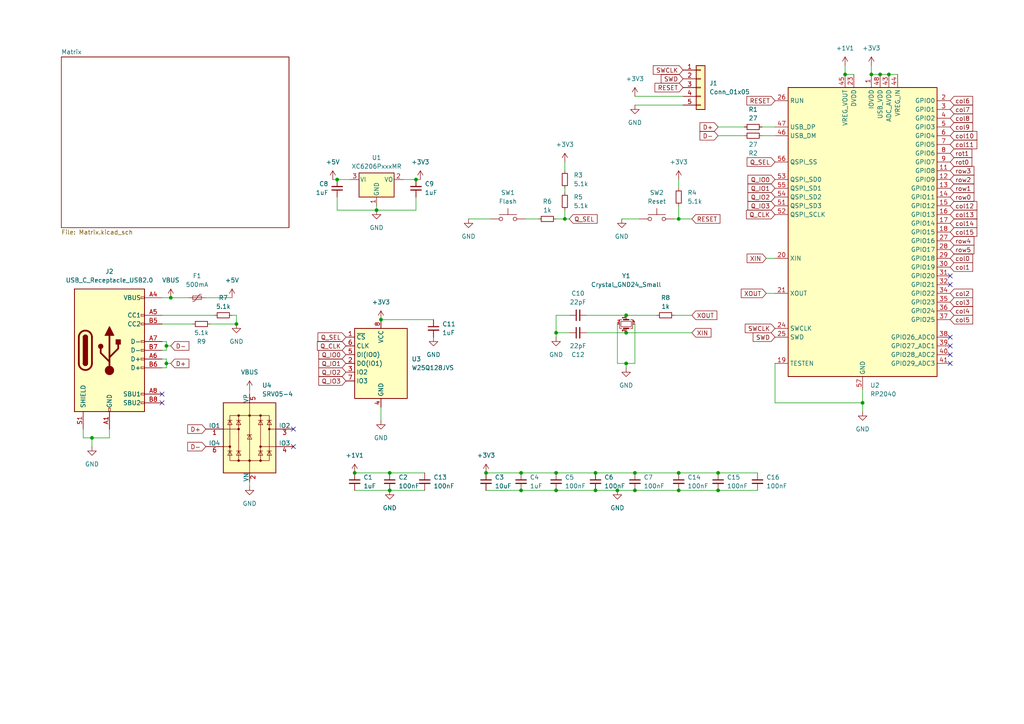
<source format=kicad_sch>
(kicad_sch (version 20230121) (generator eeschema)
  (paper "A4")
  (title_block (rev "1"))
  (lib_symbols
    (symbol "Connector:USB_C_Receptacle_USB2.0" (pin_names (offset 1.016))
      (property "Reference" "J" (at -10.16 19.05 0))
      (property "Value" "USB_C_Receptacle_USB2.0" (at 19.05 19.05 0))
      (symbol "USB_C_Receptacle_USB2.0_0_0"
        (rectangle (start -0.254 -17.78) (end 0.254 -16.764))
        (rectangle (start 10.16 -14.986) (end 9.144 -15.494))
        (rectangle (start 10.16 -12.446) (end 9.144 -12.954))
        (rectangle (start 10.16 -4.826) (end 9.144 -5.334))
        (rectangle (start 10.16 -2.286) (end 9.144 -2.794))
        (rectangle (start 10.16 0.254) (end 9.144 -0.254))
        (rectangle (start 10.16 2.794) (end 9.144 2.286))
        (rectangle (start 10.16 7.874) (end 9.144 7.366))
        (rectangle (start 10.16 10.414) (end 9.144 9.906))
        (rectangle (start 10.16 15.494) (end 9.144 14.986))
      )
      (symbol "USB_C_Receptacle_USB2.0_0_1"
        (rectangle (start -10.16 17.78) (end 10.16 -17.78) (stroke (width 0.254)) (fill (type background)))
        (arc (start -8.89 -3.81) (mid -6.985 -5.7067) (end -5.08 -3.81) (stroke (width 0.508)))
        (arc (start -7.62 -3.81) (mid -6.985 -4.4423) (end -6.35 -3.81) (stroke (width 0.254)))
        (arc (start -7.62 -3.81) (mid -6.985 -4.4423) (end -6.35 -3.81) (stroke (width 0.254)) (fill (type outline)))
        (rectangle (start -7.62 -3.81) (end -6.35 3.81) (stroke (width 0.254)) (fill (type outline)))
        (arc (start -6.35 3.81) (mid -6.985 4.4423) (end -7.62 3.81) (stroke (width 0.254)))
        (arc (start -6.35 3.81) (mid -6.985 4.4423) (end -7.62 3.81) (stroke (width 0.254)) (fill (type outline)))
        (arc (start -5.08 3.81) (mid -6.985 5.7067) (end -8.89 3.81) (stroke (width 0.508)))
        (circle (center -2.54 1.143) (radius 0.635) (stroke (width 0.254)) (fill (type outline)))
        (circle (center 0 -5.842) (radius 1.27) (fill (type outline)))
        (polyline (pts (xy -8.89 -3.81) (xy -8.89 3.81)) (stroke (width 0.508)))
        (polyline (pts (xy -5.08 3.81) (xy -5.08 -3.81)) (stroke (width 0.508)))
        (polyline (pts (xy 0 -5.842) (xy 0 4.318)) (stroke (width 0.508)))
        (polyline (pts (xy 0 -3.302) (xy -2.54 -0.762) (xy -2.54 0.508)) (stroke (width 0.508)))
        (polyline (pts (xy 0 -2.032) (xy 2.54 0.508) (xy 2.54 1.778)) (stroke (width 0.508)))
        (polyline (pts (xy -1.27 4.318) (xy 0 6.858) (xy 1.27 4.318) (xy -1.27 4.318)) (stroke (width 0.254)) (fill (type outline)))
        (rectangle (start 1.905 1.778) (end 3.175 3.048) (stroke (width 0.254)) (fill (type outline)))
      )
      (symbol "USB_C_Receptacle_USB2.0_1_1"
        (pin passive line (at 0 -22.86 90) (length 5.08) (name "GND") (number "A1"))
        (pin passive line (at 0 -22.86 90) (length 5.08) hide (name "GND") (number "A12"))
        (pin passive line (at 15.24 15.24 180) (length 5.08) (name "VBUS") (number "A4"))
        (pin bidirectional line (at 15.24 10.16 180) (length 5.08) (name "CC1") (number "A5"))
        (pin bidirectional line (at 15.24 -2.54 180) (length 5.08) (name "D+") (number "A6"))
        (pin bidirectional line (at 15.24 2.54 180) (length 5.08) (name "D-") (number "A7"))
        (pin bidirectional line (at 15.24 -12.7 180) (length 5.08) (name "SBU1") (number "A8"))
        (pin passive line (at 15.24 15.24 180) (length 5.08) hide (name "VBUS") (number "A9"))
        (pin passive line (at 0 -22.86 90) (length 5.08) hide (name "GND") (number "B1"))
        (pin passive line (at 0 -22.86 90) (length 5.08) hide (name "GND") (number "B12"))
        (pin passive line (at 15.24 15.24 180) (length 5.08) hide (name "VBUS") (number "B4"))
        (pin bidirectional line (at 15.24 7.62 180) (length 5.08) (name "CC2") (number "B5"))
        (pin bidirectional line (at 15.24 -5.08 180) (length 5.08) (name "D+") (number "B6"))
        (pin bidirectional line (at 15.24 0 180) (length 5.08) (name "D-") (number "B7"))
        (pin bidirectional line (at 15.24 -15.24 180) (length 5.08) (name "SBU2") (number "B8"))
        (pin passive line (at 15.24 15.24 180) (length 5.08) hide (name "VBUS") (number "B9"))
        (pin passive line (at -7.62 -22.86 90) (length 5.08) (name "SHIELD") (number "S1"))
      )
    )
    (symbol "Connector_Generic:Conn_01x05" (pin_names (offset 1.016) hide)
      (property "Reference" "J" (at 0 7.62 0))
      (property "Value" "Conn_01x05" (at 0 -7.62 0))
      (symbol "Conn_01x05_1_1"
        (rectangle (start -1.27 -4.953) (end 0 -5.207) (stroke (width 0.1524)))
        (rectangle (start -1.27 -2.413) (end 0 -2.667) (stroke (width 0.1524)))
        (rectangle (start -1.27 0.127) (end 0 -0.127) (stroke (width 0.1524)))
        (rectangle (start -1.27 2.667) (end 0 2.413) (stroke (width 0.1524)))
        (rectangle (start -1.27 5.207) (end 0 4.953) (stroke (width 0.1524)))
        (rectangle (start -1.27 6.35) (end 1.27 -6.35) (stroke (width 0.254)) (fill (type background)))
        (pin passive line (at -5.08 5.08 0) (length 3.81) (name "Pin_1") (number "1"))
        (pin passive line (at -5.08 2.54 0) (length 3.81) (name "Pin_2") (number "2"))
        (pin passive line (at -5.08 0 0) (length 3.81) (name "Pin_3") (number "3"))
        (pin passive line (at -5.08 -2.54 0) (length 3.81) (name "Pin_4") (number "4"))
        (pin passive line (at -5.08 -5.08 0) (length 3.81) (name "Pin_5") (number "5"))
      )
    )
    (symbol "Device:C_Small" (pin_numbers hide) (pin_names (offset 0.254) hide)
      (property "Reference" "C" (at 0.254 1.778 0))
      (property "Value" "C_Small" (at 0.254 -2.032 0))
      (symbol "C_Small_0_1"
        (polyline (pts (xy -1.524 -0.508) (xy 1.524 -0.508)) (stroke (width 0.3302)))
        (polyline (pts (xy -1.524 0.508) (xy 1.524 0.508)) (stroke (width 0.3048)))
      )
      (symbol "C_Small_1_1"
        (pin passive line (at 0 2.54 270) (length 2.032) (name "~") (number "1"))
        (pin passive line (at 0 -2.54 90) (length 2.032) (name "~") (number "2"))
      )
    )
    (symbol "Device:Crystal_GND24_Small" (pin_names (offset 1.016) hide)
      (property "Reference" "Y" (at 1.27 4.445 0))
      (property "Value" "Crystal_GND24_Small" (at 1.27 2.54 0))
      (symbol "Crystal_GND24_Small_0_1"
        (rectangle (start -0.762 -1.524) (end 0.762 1.524))
        (polyline (pts (xy -1.27 -0.762) (xy -1.27 0.762)) (stroke (width 0.381)))
        (polyline (pts (xy 1.27 -0.762) (xy 1.27 0.762)) (stroke (width 0.381)))
        (polyline (pts (xy -1.27 -1.27) (xy -1.27 -1.905) (xy 1.27 -1.905) (xy 1.27 -1.27)))
        (polyline (pts (xy -1.27 1.27) (xy -1.27 1.905) (xy 1.27 1.905) (xy 1.27 1.27)))
      )
      (symbol "Crystal_GND24_Small_1_1"
        (pin passive line (at -2.54 0 0) (length 1.27) (name "1") (number "1"))
        (pin passive line (at 0 -2.54 90) (length 0.635) (name "2") (number "2"))
        (pin passive line (at 2.54 0 180) (length 1.27) (name "3") (number "3"))
        (pin passive line (at 0 2.54 270) (length 0.635) (name "4") (number "4"))
      )
    )
    (symbol "Device:Polyfuse_Small" (pin_numbers hide) (pin_names (offset 0))
      (property "Reference" "F" (at -1.905 0 90))
      (property "Value" "Polyfuse_Small" (at 1.905 0 90))
      (symbol "Polyfuse_Small_0_1"
        (rectangle (start -0.508 1.27) (end 0.508 -1.27))
        (polyline (pts (xy 0 2.54) (xy 0 -2.54)))
        (polyline (pts (xy -1.016 1.27) (xy -1.016 0.762) (xy 1.016 -0.762) (xy 1.016 -1.27)))
      )
      (symbol "Polyfuse_Small_1_1"
        (pin passive line (at 0 2.54 270) (length 0.635) (name "~") (number "1"))
        (pin passive line (at 0 -2.54 90) (length 0.635) (name "~") (number "2"))
      )
    )
    (symbol "Device:R_Small" (pin_numbers hide) (pin_names (offset 0.254) hide)
      (property "Reference" "R" (at 0.762 0.508 0))
      (property "Value" "R_Small" (at 0.762 -1.016 0))
      (symbol "R_Small_0_1"
        (rectangle (start -0.762 1.778) (end 0.762 -1.778) (stroke (width 0.2032)))
      )
      (symbol "R_Small_1_1"
        (pin passive line (at 0 2.54 270) (length 0.762) (name "~") (number "1"))
        (pin passive line (at 0 -2.54 90) (length 0.762) (name "~") (number "2"))
      )
    )
    (symbol "MCU_RaspberryPi:RP2040"
      (property "Reference" "U" (at 17.78 45.72 0))
      (property "Value" "RP2040" (at 17.78 43.18 0))
      (symbol "RP2040_0_1"
        (rectangle (start -21.59 41.91) (end 21.59 -41.91) (stroke (width 0.254)) (fill (type background)))
      )
      (symbol "RP2040_1_1"
        (pin power_in line (at 2.54 45.72 270) (length 3.81) (name "IOVDD") (number "1"))
        (pin passive line (at 2.54 45.72 270) (length 3.81) hide (name "IOVDD") (number "10"))
        (pin bidirectional line (at 25.4 17.78 180) (length 3.81) (name "GPIO8") (number "11"))
        (pin bidirectional line (at 25.4 15.24 180) (length 3.81) (name "GPIO9") (number "12"))
        (pin bidirectional line (at 25.4 12.7 180) (length 3.81) (name "GPIO10") (number "13"))
        (pin bidirectional line (at 25.4 10.16 180) (length 3.81) (name "GPIO11") (number "14"))
        (pin bidirectional line (at 25.4 7.62 180) (length 3.81) (name "GPIO12") (number "15"))
        (pin bidirectional line (at 25.4 5.08 180) (length 3.81) (name "GPIO13") (number "16"))
        (pin bidirectional line (at 25.4 2.54 180) (length 3.81) (name "GPIO14") (number "17"))
        (pin bidirectional line (at 25.4 0 180) (length 3.81) (name "GPIO15") (number "18"))
        (pin input line (at -25.4 -38.1 0) (length 3.81) (name "TESTEN") (number "19"))
        (pin bidirectional line (at 25.4 38.1 180) (length 3.81) (name "GPIO0") (number "2"))
        (pin input line (at -25.4 -7.62 0) (length 3.81) (name "XIN") (number "20"))
        (pin passive line (at -25.4 -17.78 0) (length 3.81) (name "XOUT") (number "21"))
        (pin passive line (at 2.54 45.72 270) (length 3.81) hide (name "IOVDD") (number "22"))
        (pin power_in line (at -2.54 45.72 270) (length 3.81) (name "DVDD") (number "23"))
        (pin input line (at -25.4 -27.94 0) (length 3.81) (name "SWCLK") (number "24"))
        (pin bidirectional line (at -25.4 -30.48 0) (length 3.81) (name "SWD") (number "25"))
        (pin input line (at -25.4 38.1 0) (length 3.81) (name "RUN") (number "26"))
        (pin bidirectional line (at 25.4 -2.54 180) (length 3.81) (name "GPIO16") (number "27"))
        (pin bidirectional line (at 25.4 -5.08 180) (length 3.81) (name "GPIO17") (number "28"))
        (pin bidirectional line (at 25.4 -7.62 180) (length 3.81) (name "GPIO18") (number "29"))
        (pin bidirectional line (at 25.4 35.56 180) (length 3.81) (name "GPIO1") (number "3"))
        (pin bidirectional line (at 25.4 -10.16 180) (length 3.81) (name "GPIO19") (number "30"))
        (pin bidirectional line (at 25.4 -12.7 180) (length 3.81) (name "GPIO20") (number "31"))
        (pin bidirectional line (at 25.4 -15.24 180) (length 3.81) (name "GPIO21") (number "32"))
        (pin passive line (at 2.54 45.72 270) (length 3.81) hide (name "IOVDD") (number "33"))
        (pin bidirectional line (at 25.4 -17.78 180) (length 3.81) (name "GPIO22") (number "34"))
        (pin bidirectional line (at 25.4 -20.32 180) (length 3.81) (name "GPIO23") (number "35"))
        (pin bidirectional line (at 25.4 -22.86 180) (length 3.81) (name "GPIO24") (number "36"))
        (pin bidirectional line (at 25.4 -25.4 180) (length 3.81) (name "GPIO25") (number "37"))
        (pin bidirectional line (at 25.4 -30.48 180) (length 3.81) (name "GPIO26_ADC0") (number "38"))
        (pin bidirectional line (at 25.4 -33.02 180) (length 3.81) (name "GPIO27_ADC1") (number "39"))
        (pin bidirectional line (at 25.4 33.02 180) (length 3.81) (name "GPIO2") (number "4"))
        (pin bidirectional line (at 25.4 -35.56 180) (length 3.81) (name "GPIO28_ADC2") (number "40"))
        (pin bidirectional line (at 25.4 -38.1 180) (length 3.81) (name "GPIO29_ADC3") (number "41"))
        (pin passive line (at 2.54 45.72 270) (length 3.81) hide (name "IOVDD") (number "42"))
        (pin power_in line (at 7.62 45.72 270) (length 3.81) (name "ADC_AVDD") (number "43"))
        (pin power_in line (at 10.16 45.72 270) (length 3.81) (name "VREG_IN") (number "44"))
        (pin power_out line (at -5.08 45.72 270) (length 3.81) (name "VREG_VOUT") (number "45"))
        (pin bidirectional line (at -25.4 27.94 0) (length 3.81) (name "USB_DM") (number "46"))
        (pin bidirectional line (at -25.4 30.48 0) (length 3.81) (name "USB_DP") (number "47"))
        (pin power_in line (at 5.08 45.72 270) (length 3.81) (name "USB_VDD") (number "48"))
        (pin passive line (at 2.54 45.72 270) (length 3.81) hide (name "IOVDD") (number "49"))
        (pin bidirectional line (at 25.4 30.48 180) (length 3.81) (name "GPIO3") (number "5"))
        (pin passive line (at -2.54 45.72 270) (length 3.81) hide (name "DVDD") (number "50"))
        (pin bidirectional line (at -25.4 7.62 0) (length 3.81) (name "QSPI_SD3") (number "51"))
        (pin output line (at -25.4 5.08 0) (length 3.81) (name "QSPI_SCLK") (number "52"))
        (pin bidirectional line (at -25.4 15.24 0) (length 3.81) (name "QSPI_SD0") (number "53"))
        (pin bidirectional line (at -25.4 10.16 0) (length 3.81) (name "QSPI_SD2") (number "54"))
        (pin bidirectional line (at -25.4 12.7 0) (length 3.81) (name "QSPI_SD1") (number "55"))
        (pin bidirectional line (at -25.4 20.32 0) (length 3.81) (name "QSPI_SS") (number "56"))
        (pin power_in line (at 0 -45.72 90) (length 3.81) (name "GND") (number "57"))
        (pin bidirectional line (at 25.4 27.94 180) (length 3.81) (name "GPIO4") (number "6"))
        (pin bidirectional line (at 25.4 25.4 180) (length 3.81) (name "GPIO5") (number "7"))
        (pin bidirectional line (at 25.4 22.86 180) (length 3.81) (name "GPIO6") (number "8"))
        (pin bidirectional line (at 25.4 20.32 180) (length 3.81) (name "GPIO7") (number "9"))
      )
    )
    (symbol "Memory_Flash:W25Q128JVS"
      (property "Reference" "U" (at -8.89 8.89 0))
      (property "Value" "W25Q128JVS" (at 7.62 8.89 0))
      (symbol "W25Q128JVS_0_1"
        (rectangle (start -7.62 10.16) (end 7.62 -10.16) (stroke (width 0.254)) (fill (type background)))
      )
      (symbol "W25Q128JVS_1_1"
        (pin input line (at -10.16 7.62 0) (length 2.54) (name "~{CS}") (number "1"))
        (pin bidirectional line (at -10.16 0 0) (length 2.54) (name "DO(IO1)") (number "2"))
        (pin bidirectional line (at -10.16 -2.54 0) (length 2.54) (name "IO2") (number "3"))
        (pin power_in line (at 0 -12.7 90) (length 2.54) (name "GND") (number "4"))
        (pin bidirectional line (at -10.16 2.54 0) (length 2.54) (name "DI(IO0)") (number "5"))
        (pin input line (at -10.16 5.08 0) (length 2.54) (name "CLK") (number "6"))
        (pin bidirectional line (at -10.16 -5.08 0) (length 2.54) (name "IO3") (number "7"))
        (pin power_in line (at 0 12.7 270) (length 2.54) (name "VCC") (number "8"))
      )
    )
    (symbol "PCM_marbastlib-various:SRV05-4" (pin_names (offset 0))
      (property "Reference" "U" (at -5.08 11.43 0))
      (property "Value" "SRV05-4" (at 2.54 11.43 0))
      (symbol "SRV05-4_0_0"
        (rectangle (start -5.715 6.477) (end 5.715 -6.604))
        (polyline (pts (xy -3.175 -6.604) (xy -3.175 6.477)))
        (polyline (pts (xy 3.175 6.477) (xy 3.175 -6.604)))
      )
      (symbol "SRV05-4_0_1"
        (rectangle (start -7.62 10.16) (end 7.62 -10.16) (stroke (width 0.254)) (fill (type background)))
        (circle (center -5.715 -2.54) (radius 0.2794) (fill (type outline)))
        (circle (center -3.175 -6.604) (radius 0.2794) (fill (type outline)))
        (circle (center -3.175 2.54) (radius 0.2794) (fill (type outline)))
        (circle (center -3.175 6.477) (radius 0.2794) (fill (type outline)))
        (circle (center 0 -6.604) (radius 0.2794) (fill (type outline)))
        (polyline (pts (xy -7.747 2.54) (xy -3.175 2.54)))
        (polyline (pts (xy -7.62 -2.54) (xy -5.715 -2.54)))
        (polyline (pts (xy -5.08 -3.81) (xy -6.35 -3.81)))
        (polyline (pts (xy -5.08 5.08) (xy -6.35 5.08)))
        (polyline (pts (xy -2.54 -3.81) (xy -3.81 -3.81)))
        (polyline (pts (xy -2.54 5.08) (xy -3.81 5.08)))
        (polyline (pts (xy 0 10.16) (xy 0 -10.16)))
        (polyline (pts (xy 3.81 -3.81) (xy 2.54 -3.81)))
        (polyline (pts (xy 3.81 5.08) (xy 2.54 5.08)))
        (polyline (pts (xy 6.35 -3.81) (xy 5.08 -3.81)))
        (polyline (pts (xy 6.35 5.08) (xy 5.08 5.08)))
        (polyline (pts (xy 7.62 -2.54) (xy 3.175 -2.54)))
        (polyline (pts (xy 7.62 2.54) (xy 5.715 2.54)))
        (polyline (pts (xy 0.635 0.889) (xy -0.635 0.889) (xy -0.635 0.635)))
        (polyline (pts (xy -5.08 -5.08) (xy -6.35 -5.08) (xy -5.715 -3.81) (xy -5.08 -5.08)))
        (polyline (pts (xy -5.08 3.81) (xy -6.35 3.81) (xy -5.715 5.08) (xy -5.08 3.81)))
        (polyline (pts (xy -2.54 -5.08) (xy -3.81 -5.08) (xy -3.175 -3.81) (xy -2.54 -5.08)))
        (polyline (pts (xy -2.54 3.81) (xy -3.81 3.81) (xy -3.175 5.08) (xy -2.54 3.81)))
        (polyline (pts (xy 0.635 -0.381) (xy -0.635 -0.381) (xy 0 0.889) (xy 0.635 -0.381)))
        (polyline (pts (xy 3.81 -5.08) (xy 2.54 -5.08) (xy 3.175 -3.81) (xy 3.81 -5.08)))
        (polyline (pts (xy 3.81 3.81) (xy 2.54 3.81) (xy 3.175 5.08) (xy 3.81 3.81)))
        (polyline (pts (xy 6.35 -5.08) (xy 5.08 -5.08) (xy 5.715 -3.81) (xy 6.35 -5.08)))
        (polyline (pts (xy 6.35 3.81) (xy 5.08 3.81) (xy 5.715 5.08) (xy 6.35 3.81)))
        (circle (center 0 6.477) (radius 0.2794) (fill (type outline)))
        (circle (center 3.175 -6.604) (radius 0.2794) (fill (type outline)))
        (circle (center 3.175 -2.54) (radius 0.2794) (fill (type outline)))
        (circle (center 3.175 6.477) (radius 0.2794) (fill (type outline)))
        (circle (center 5.715 2.54) (radius 0.2794) (fill (type outline)))
      )
      (symbol "SRV05-4_1_1"
        (pin passive line (at -12.7 2.54 0) (length 5.08) (name "IO1") (number "1"))
        (pin passive line (at 0 -12.7 90) (length 2.54) (name "VN") (number "2"))
        (pin passive line (at 12.7 2.54 180) (length 5.08) (name "IO2") (number "3"))
        (pin passive line (at 12.7 -2.54 180) (length 5.08) (name "IO3") (number "4"))
        (pin passive line (at 0 12.7 270) (length 2.54) (name "VP") (number "5"))
        (pin passive line (at -12.7 -2.54 0) (length 5.08) (name "IO4") (number "6"))
      )
    )
    (symbol "Regulator_Linear:XC6206PxxxMR" (pin_names (offset 0.254))
      (property "Reference" "U" (at -3.81 3.175 0))
      (property "Value" "XC6206PxxxMR" (at 0 3.175 0))
      (symbol "XC6206PxxxMR_0_1"
        (rectangle (start -5.08 1.905) (end 5.08 -5.08) (stroke (width 0.254)) (fill (type background)))
      )
      (symbol "XC6206PxxxMR_1_1"
        (pin power_in line (at 0 -7.62 90) (length 2.54) (name "GND") (number "1"))
        (pin power_out line (at 7.62 0 180) (length 2.54) (name "VO") (number "2"))
        (pin power_in line (at -7.62 0 0) (length 2.54) (name "VI") (number "3"))
      )
    )
    (symbol "Switch:SW_Push" (pin_numbers hide) (pin_names (offset 1.016) hide)
      (property "Reference" "SW" (at 1.27 2.54 0))
      (property "Value" "SW_Push" (at 0 -1.524 0))
      (symbol "SW_Push_0_1"
        (circle (center -2.032 0) (radius 0.508))
        (polyline (pts (xy 0 1.27) (xy 0 3.048)))
        (polyline (pts (xy 2.54 1.27) (xy -2.54 1.27)))
        (circle (center 2.032 0) (radius 0.508))
        (pin passive line (at -5.08 0 0) (length 2.54) (name "1") (number "1"))
        (pin passive line (at 5.08 0 180) (length 2.54) (name "2") (number "2"))
      )
    )
    (symbol "power:+1V1" (power) (pin_names (offset 0))
      (property "Value" "+1V1" (at 0 3.556 0))
      (symbol "+1V1_0_1"
        (polyline (pts (xy -0.762 1.27) (xy 0 2.54)))
        (polyline (pts (xy 0 0) (xy 0 2.54)))
        (polyline (pts (xy 0 2.54) (xy 0.762 1.27)))
      )
      (symbol "+1V1_1_1"
        (pin power_in line (at 0 0 90) (length 0) hide (name "+1V1") (number "1"))
      )
    )
    (symbol "power:+3V3" (power) (pin_names (offset 0))
      (property "Value" "+3V3" (at 0 3.556 0))
      (symbol "+3V3_0_1"
        (polyline (pts (xy -0.762 1.27) (xy 0 2.54)))
        (polyline (pts (xy 0 0) (xy 0 2.54)))
        (polyline (pts (xy 0 2.54) (xy 0.762 1.27)))
      )
      (symbol "+3V3_1_1"
        (pin power_in line (at 0 0 90) (length 0) hide (name "+3V3") (number "1"))
      )
    )
    (symbol "power:+5V" (power) (pin_names (offset 0))
      (property "Value" "+5V" (at 0 3.556 0))
      (symbol "+5V_0_1"
        (polyline (pts (xy -0.762 1.27) (xy 0 2.54)))
        (polyline (pts (xy 0 0) (xy 0 2.54)))
        (polyline (pts (xy 0 2.54) (xy 0.762 1.27)))
      )
      (symbol "+5V_1_1"
        (pin power_in line (at 0 0 90) (length 0) hide (name "+5V") (number "1"))
      )
    )
    (symbol "power:GND" (power) (pin_names (offset 0))
      (property "Value" "GND" (at 0 -3.81 0))
      (symbol "GND_0_1"
        (polyline (pts (xy 0 0) (xy 0 -1.27) (xy 1.27 -1.27) (xy 0 -2.54) (xy -1.27 -1.27) (xy 0 -1.27)))
      )
      (symbol "GND_1_1"
        (pin power_in line (at 0 0 270) (length 0) hide (name "GND") (number "1"))
      )
    )
    (symbol "power:VBUS" (power) (pin_names (offset 0))
      (property "Value" "VBUS" (at 0 3.81 0))
      (symbol "VBUS_0_1"
        (polyline (pts (xy -0.762 1.27) (xy 0 2.54)))
        (polyline (pts (xy 0 0) (xy 0 2.54)))
        (polyline (pts (xy 0 2.54) (xy 0.762 1.27)))
      )
      (symbol "VBUS_1_1"
        (pin power_in line (at 0 0 90) (length 0) hide (name "VBUS") (number "1"))
      )
    )
  )
  (junction (at 161.29 96.52))
  (junction (at 172.72 137.16))
  (junction (at 181.61 96.52))
  (junction (at 196.85 137.16))
  (junction (at 196.85 63.5))
  (junction (at 110.49 92.71))
  (junction (at 120.65 52.07))
  (junction (at 255.27 21.59))
  (junction (at 163.83 63.5))
  (junction (at 97.79 52.07))
  (junction (at 252.73 21.59))
  (junction (at 196.85 142.24))
  (junction (at 68.58 93.98))
  (junction (at 48.26 105.41))
  (junction (at 140.97 137.16))
  (junction (at 48.26 100.33))
  (junction (at 181.61 105.41))
  (junction (at 161.29 142.24))
  (junction (at 250.19 116.84))
  (junction (at 102.87 137.16))
  (junction (at 49.53 86.36))
  (junction (at 245.11 21.59))
  (junction (at 113.03 137.16))
  (junction (at 26.67 127))
  (junction (at 184.15 142.24))
  (junction (at 151.13 137.16))
  (junction (at 113.03 142.24))
  (junction (at 161.29 137.16))
  (junction (at 257.81 21.59))
  (junction (at 151.13 142.24))
  (junction (at 181.61 91.44))
  (junction (at 172.72 142.24))
  (junction (at 179.07 142.24))
  (junction (at 109.22 60.96))
  (junction (at 208.28 142.24))
  (junction (at 208.28 137.16))
  (junction (at 184.15 137.16))
  (no_connect (at 46.99 114.3))
  (no_connect (at 275.59 80.01))
  (no_connect (at 85.09 124.46))
  (no_connect (at 275.59 97.79))
  (no_connect (at 85.09 129.54))
  (no_connect (at 275.59 102.87))
  (no_connect (at 275.59 82.55))
  (no_connect (at 275.59 100.33))
  (no_connect (at 275.59 105.41))
  (no_connect (at 46.99 116.84))
  (wire (pts (xy 172.72 137.16) (xy 184.15 137.16)))
  (wire (pts (xy 68.58 91.44) (xy 68.58 93.98)))
  (wire (pts (xy 208.28 142.24) (xy 219.71 142.24)))
  (wire (pts (xy 220.98 36.83) (xy 224.79 36.83)))
  (wire (pts (xy 24.13 124.46) (xy 24.13 127)))
  (wire (pts (xy 102.87 137.16) (xy 113.03 137.16)))
  (wire (pts (xy 59.69 86.36) (xy 67.31 86.36)))
  (wire (pts (xy 140.97 137.16) (xy 151.13 137.16)))
  (wire (pts (xy 181.61 105.41) (xy 181.61 106.68)))
  (wire (pts (xy 48.26 104.14) (xy 48.26 105.41)))
  (wire (pts (xy 181.61 91.44) (xy 190.5 91.44)))
  (wire (pts (xy 196.85 63.5) (xy 200.66 63.5)))
  (wire (pts (xy 152.4 63.5) (xy 156.21 63.5)))
  (wire (pts (xy 170.18 96.52) (xy 181.61 96.52)))
  (wire (pts (xy 140.97 142.24) (xy 151.13 142.24)))
  (wire (pts (xy 245.11 21.59) (xy 247.65 21.59)))
  (wire (pts (xy 161.29 63.5) (xy 163.83 63.5)))
  (wire (pts (xy 151.13 137.16) (xy 161.29 137.16)))
  (wire (pts (xy 252.73 21.59) (xy 255.27 21.59)))
  (wire (pts (xy 110.49 92.71) (xy 125.73 92.71)))
  (wire (pts (xy 116.84 52.07) (xy 120.65 52.07)))
  (wire (pts (xy 113.03 142.24) (xy 123.19 142.24)))
  (wire (pts (xy 60.96 93.98) (xy 68.58 93.98)))
  (wire (pts (xy 151.13 142.24) (xy 161.29 142.24)))
  (wire (pts (xy 46.99 101.6) (xy 48.26 101.6)))
  (wire (pts (xy 208.28 39.37) (xy 215.9 39.37)))
  (wire (pts (xy 195.58 91.44) (xy 200.66 91.44)))
  (wire (pts (xy 163.83 63.5) (xy 165.1 63.5)))
  (wire (pts (xy 208.28 137.16) (xy 219.71 137.16)))
  (wire (pts (xy 161.29 91.44) (xy 165.1 91.44)))
  (wire (pts (xy 181.61 96.52) (xy 200.66 96.52)))
  (wire (pts (xy 72.39 140.97) (xy 72.39 139.7)))
  (wire (pts (xy 184.15 142.24) (xy 196.85 142.24)))
  (wire (pts (xy 222.25 74.93) (xy 224.79 74.93)))
  (wire (pts (xy 109.22 60.96) (xy 109.22 59.69)))
  (wire (pts (xy 196.85 52.07) (xy 196.85 54.61)))
  (wire (pts (xy 48.26 105.41) (xy 48.26 106.68)))
  (wire (pts (xy 252.73 19.05) (xy 252.73 21.59)))
  (wire (pts (xy 196.85 142.24) (xy 208.28 142.24)))
  (wire (pts (xy 46.99 86.36) (xy 49.53 86.36)))
  (wire (pts (xy 184.15 30.48) (xy 198.12 30.48)))
  (wire (pts (xy 110.49 121.92) (xy 110.49 118.11)))
  (wire (pts (xy 48.26 100.33) (xy 48.26 101.6)))
  (wire (pts (xy 102.87 142.24) (xy 113.03 142.24)))
  (wire (pts (xy 97.79 57.15) (xy 97.79 60.96)))
  (wire (pts (xy 163.83 46.99) (xy 163.83 49.53)))
  (wire (pts (xy 31.75 127) (xy 31.75 124.46)))
  (wire (pts (xy 72.39 113.03) (xy 72.39 114.3)))
  (wire (pts (xy 120.65 52.07) (xy 121.92 52.07)))
  (wire (pts (xy 180.34 63.5) (xy 185.42 63.5)))
  (wire (pts (xy 250.19 116.84) (xy 250.19 113.03)))
  (wire (pts (xy 113.03 137.16) (xy 123.19 137.16)))
  (wire (pts (xy 255.27 21.59) (xy 257.81 21.59)))
  (wire (pts (xy 96.52 52.07) (xy 97.79 52.07)))
  (wire (pts (xy 97.79 60.96) (xy 109.22 60.96)))
  (wire (pts (xy 68.58 91.44) (xy 67.31 91.44)))
  (wire (pts (xy 245.11 19.05) (xy 245.11 21.59)))
  (wire (pts (xy 26.67 127) (xy 26.67 129.54)))
  (wire (pts (xy 135.89 63.5) (xy 142.24 63.5)))
  (wire (pts (xy 224.79 116.84) (xy 250.19 116.84)))
  (wire (pts (xy 163.83 54.61) (xy 163.83 55.88)))
  (wire (pts (xy 220.98 39.37) (xy 224.79 39.37)))
  (wire (pts (xy 46.99 106.68) (xy 48.26 106.68)))
  (wire (pts (xy 184.15 137.16) (xy 196.85 137.16)))
  (wire (pts (xy 48.26 99.06) (xy 48.26 100.33)))
  (wire (pts (xy 97.79 52.07) (xy 101.6 52.07)))
  (wire (pts (xy 250.19 119.38) (xy 250.19 116.84)))
  (wire (pts (xy 46.99 104.14) (xy 48.26 104.14)))
  (wire (pts (xy 49.53 86.36) (xy 54.61 86.36)))
  (wire (pts (xy 179.07 105.41) (xy 181.61 105.41)))
  (wire (pts (xy 196.85 59.69) (xy 196.85 63.5)))
  (wire (pts (xy 165.1 96.52) (xy 161.29 96.52)))
  (wire (pts (xy 172.72 142.24) (xy 179.07 142.24)))
  (wire (pts (xy 120.65 60.96) (xy 120.65 57.15)))
  (wire (pts (xy 46.99 93.98) (xy 55.88 93.98)))
  (wire (pts (xy 208.28 36.83) (xy 215.9 36.83)))
  (wire (pts (xy 163.83 60.96) (xy 163.83 63.5)))
  (wire (pts (xy 161.29 137.16) (xy 172.72 137.16)))
  (wire (pts (xy 48.26 100.33) (xy 49.53 100.33)))
  (wire (pts (xy 48.26 105.41) (xy 49.53 105.41)))
  (wire (pts (xy 179.07 93.98) (xy 179.07 105.41)))
  (wire (pts (xy 26.67 127) (xy 31.75 127)))
  (wire (pts (xy 224.79 105.41) (xy 224.79 116.84)))
  (wire (pts (xy 184.15 93.98) (xy 184.15 105.41)))
  (wire (pts (xy 109.22 60.96) (xy 120.65 60.96)))
  (wire (pts (xy 222.25 85.09) (xy 224.79 85.09)))
  (wire (pts (xy 184.15 27.94) (xy 198.12 27.94)))
  (wire (pts (xy 257.81 21.59) (xy 260.35 21.59)))
  (wire (pts (xy 196.85 63.5) (xy 195.58 63.5)))
  (wire (pts (xy 196.85 137.16) (xy 208.28 137.16)))
  (wire (pts (xy 181.61 105.41) (xy 184.15 105.41)))
  (wire (pts (xy 46.99 91.44) (xy 62.23 91.44)))
  (wire (pts (xy 179.07 142.24) (xy 184.15 142.24)))
  (wire (pts (xy 161.29 96.52) (xy 161.29 91.44)))
  (wire (pts (xy 24.13 127) (xy 26.67 127)))
  (wire (pts (xy 161.29 96.52) (xy 161.29 97.79)))
  (wire (pts (xy 161.29 142.24) (xy 172.72 142.24)))
  (wire (pts (xy 46.99 99.06) (xy 48.26 99.06)))
  (wire (pts (xy 170.18 91.44) (xy 181.61 91.44)))
  (global_label "RESET" (shape input) (at 200.66 63.5 0) (property "Intersheetrefs" "${INTERSHEET_REFS}" (effects hide)))
  (global_label "row1" (shape input) (at 275.59 54.61 0) (property "Intersheetrefs" "${INTERSHEET_REFS}" (effects hide)))
  (global_label "col14" (shape input) (at 275.59 64.77 0) (property "Intersheetrefs" "${INTERSHEET_REFS}" (effects hide)))
  (global_label "D-" (shape input) (at 59.69 129.54 180) (property "Intersheetrefs" "${INTERSHEET_REFS}" (effects hide)))
  (global_label "col2" (shape input) (at 275.59 85.09 0) (property "Intersheetrefs" "${INTERSHEET_REFS}" (effects hide)))
  (global_label "row4" (shape input) (at 275.59 69.85 0) (property "Intersheetrefs" "${INTERSHEET_REFS}" (effects hide)))
  (global_label "D+" (shape input) (at 49.53 105.41 0) (property "Intersheetrefs" "${INTERSHEET_REFS}" (effects hide)))
  (global_label "Q_IO3" (shape input) (at 100.33 110.49 180) (property "Intersheetrefs" "${INTERSHEET_REFS}" (effects hide)))
  (global_label "col9" (shape input) (at 275.59 36.83 0) (property "Intersheetrefs" "${INTERSHEET_REFS}" (effects hide)))
  (global_label "Q_IO2" (shape input) (at 100.33 107.95 180) (property "Intersheetrefs" "${INTERSHEET_REFS}" (effects hide)))
  (global_label "row3" (shape input) (at 275.59 49.53 0) (property "Intersheetrefs" "${INTERSHEET_REFS}" (effects hide)))
  (global_label "XOUT" (shape input) (at 200.66 91.44 0) (property "Intersheetrefs" "${INTERSHEET_REFS}" (effects hide)))
  (global_label "Q_IO3" (shape input) (at 224.79 59.69 180) (property "Intersheetrefs" "${INTERSHEET_REFS}" (effects hide)))
  (global_label "col7" (shape input) (at 275.59 31.75 0) (property "Intersheetrefs" "${INTERSHEET_REFS}" (effects hide)))
  (global_label "SWD" (shape input) (at 224.79 97.79 180) (property "Intersheetrefs" "${INTERSHEET_REFS}" (effects hide)))
  (global_label "col1" (shape input) (at 275.59 77.47 0) (property "Intersheetrefs" "${INTERSHEET_REFS}" (effects hide)))
  (global_label "SWCLK" (shape input) (at 224.79 95.25 180) (property "Intersheetrefs" "${INTERSHEET_REFS}" (effects hide)))
  (global_label "D-" (shape input) (at 208.28 39.37 180) (property "Intersheetrefs" "${INTERSHEET_REFS}" (effects hide)))
  (global_label "col12" (shape input) (at 275.59 59.69 0) (property "Intersheetrefs" "${INTERSHEET_REFS}" (effects hide)))
  (global_label "SWD" (shape input) (at 198.12 22.86 180) (property "Intersheetrefs" "${INTERSHEET_REFS}" (effects hide)))
  (global_label "Q_IO1" (shape input) (at 224.79 54.61 180) (property "Intersheetrefs" "${INTERSHEET_REFS}" (effects hide)))
  (global_label "col15" (shape input) (at 275.59 67.31 0) (property "Intersheetrefs" "${INTERSHEET_REFS}" (effects hide)))
  (global_label "Q_CLK" (shape input) (at 224.79 62.23 180) (property "Intersheetrefs" "${INTERSHEET_REFS}" (effects hide)))
  (global_label "row5" (shape input) (at 275.59 72.39 0) (property "Intersheetrefs" "${INTERSHEET_REFS}" (effects hide)))
  (global_label "col6" (shape input) (at 275.59 29.21 0) (property "Intersheetrefs" "${INTERSHEET_REFS}" (effects hide)))
  (global_label "row0" (shape input) (at 275.59 57.15 0) (property "Intersheetrefs" "${INTERSHEET_REFS}" (effects hide)))
  (global_label "Q_IO0" (shape input) (at 224.79 52.07 180) (property "Intersheetrefs" "${INTERSHEET_REFS}" (effects hide)))
  (global_label "D+" (shape input) (at 208.28 36.83 180) (property "Intersheetrefs" "${INTERSHEET_REFS}" (effects hide)))
  (global_label "XIN" (shape input) (at 222.25 74.93 180) (property "Intersheetrefs" "${INTERSHEET_REFS}" (effects hide)))
  (global_label "rot1" (shape input) (at 275.59 44.45 0) (property "Intersheetrefs" "${INTERSHEET_REFS}" (effects hide)))
  (global_label "Q_SEL" (shape input) (at 224.79 46.99 180) (property "Intersheetrefs" "${INTERSHEET_REFS}" (effects hide)))
  (global_label "SWCLK" (shape input) (at 198.12 20.32 180) (property "Intersheetrefs" "${INTERSHEET_REFS}" (effects hide)))
  (global_label "D-" (shape input) (at 49.53 100.33 0) (property "Intersheetrefs" "${INTERSHEET_REFS}" (effects hide)))
  (global_label "Q_CLK" (shape input) (at 100.33 100.33 180) (property "Intersheetrefs" "${INTERSHEET_REFS}" (effects hide)))
  (global_label "XIN" (shape input) (at 200.66 96.52 0) (property "Intersheetrefs" "${INTERSHEET_REFS}" (effects hide)))
  (global_label "col13" (shape input) (at 275.59 62.23 0) (property "Intersheetrefs" "${INTERSHEET_REFS}" (effects hide)))
  (global_label "Q_SEL" (shape input) (at 165.1 63.5 0) (property "Intersheetrefs" "${INTERSHEET_REFS}" (effects hide)))
  (global_label "rot0" (shape input) (at 275.59 46.99 0) (property "Intersheetrefs" "${INTERSHEET_REFS}" (effects hide)))
  (global_label "row2" (shape input) (at 275.59 52.07 0) (property "Intersheetrefs" "${INTERSHEET_REFS}" (effects hide)))
  (global_label "col4" (shape input) (at 275.59 90.17 0) (property "Intersheetrefs" "${INTERSHEET_REFS}" (effects hide)))
  (global_label "D+" (shape input) (at 59.69 124.46 180) (property "Intersheetrefs" "${INTERSHEET_REFS}" (effects hide)))
  (global_label "col11" (shape input) (at 275.59 41.91 0) (property "Intersheetrefs" "${INTERSHEET_REFS}" (effects hide)))
  (global_label "col10" (shape input) (at 275.59 39.37 0) (property "Intersheetrefs" "${INTERSHEET_REFS}" (effects hide)))
  (global_label "col0" (shape input) (at 275.59 74.93 0) (property "Intersheetrefs" "${INTERSHEET_REFS}" (effects hide)))
  (global_label "Q_SEL" (shape input) (at 100.33 97.79 180) (property "Intersheetrefs" "${INTERSHEET_REFS}" (effects hide)))
  (global_label "XOUT" (shape input) (at 222.25 85.09 180) (property "Intersheetrefs" "${INTERSHEET_REFS}" (effects hide)))
  (global_label "RESET" (shape input) (at 198.12 25.4 180) (property "Intersheetrefs" "${INTERSHEET_REFS}" (effects hide)))
  (global_label "Q_IO1" (shape input) (at 100.33 105.41 180) (property "Intersheetrefs" "${INTERSHEET_REFS}" (effects hide)))
  (global_label "RESET" (shape input) (at 224.79 29.21 180) (property "Intersheetrefs" "${INTERSHEET_REFS}" (effects hide)))
  (global_label "col3" (shape input) (at 275.59 87.63 0) (property "Intersheetrefs" "${INTERSHEET_REFS}" (effects hide)))
  (global_label "Q_IO2" (shape input) (at 224.79 57.15 180) (property "Intersheetrefs" "${INTERSHEET_REFS}" (effects hide)))
  (global_label "Q_IO0" (shape input) (at 100.33 102.87 180) (property "Intersheetrefs" "${INTERSHEET_REFS}" (effects hide)))
  (global_label "col5" (shape input) (at 275.59 92.71 0) (property "Intersheetrefs" "${INTERSHEET_REFS}" (effects hide)))
  (global_label "col8" (shape input) (at 275.59 34.29 0) (property "Intersheetrefs" "${INTERSHEET_REFS}" (effects hide)))
  (symbol (lib_id "Device:R_Small") (at 193.04 91.44 90) (unit 1)
    (property "Reference" "R8" (at 193.04 86.36 90))
    (property "Value" "1k" (at 193.04 88.9 90))
    (property "Footprint" "Resistor_SMD:R_0402_1005Metric" (effects hide))
  )
  (symbol (lib_id "Device:R_Small") (at 163.83 52.07 0) (mirror y) (unit 1)
    (property "Reference" "R3" (at 166.37 50.8 0) (effects (justify right)))
    (property "Value" "5.1k" (at 166.37 53.34 0) (effects (justify right)))
    (property "Footprint" "Resistor_SMD:R_0402_1005Metric" (effects hide))
  )
  (symbol (lib_id "Device:C_Small") (at 102.87 139.7 0) (unit 1)
    (property "Reference" "C1" (at 105.41 138.4363 0) (effects (justify left)))
    (property "Value" "1uF" (at 105.41 140.9763 0) (effects (justify left)))
    (property "Footprint" "Capacitor_SMD:C_0402_1005Metric" (effects hide))
  )
  (symbol (lib_id "Device:C_Small") (at 97.79 54.61 0) (mirror x) (unit 1)
    (property "Reference" "C8" (at 95.25 53.3336 0) (effects (justify right)))
    (property "Value" "1uF" (at 95.25 55.8736 0) (effects (justify right)))
    (property "Footprint" "Capacitor_SMD:C_0402_1005Metric" (effects hide))
  )
  (symbol (lib_id "Device:Polyfuse_Small") (at 57.15 86.36 90) (unit 1)
    (property "Reference" "F1" (at 57.15 80.01 90))
    (property "Value" "500mA" (at 57.15 82.55 90))
    (property "Footprint" "Fuse:Fuse_1206_3216Metric" (effects hide))
  )
  (symbol (lib_id "Device:C_Small") (at 125.73 95.25 0) (unit 1)
    (property "Reference" "C11" (at 128.27 93.9863 0) (effects (justify left)))
    (property "Value" "1uF" (at 128.27 96.5263 0) (effects (justify left)))
    (property "Footprint" "Capacitor_SMD:C_0402_1005Metric" (effects hide))
  )
  (symbol (lib_id "power:GND") (at 68.58 93.98 0) (unit 1)
    (property "Reference" "#PWR019" (effects hide))
    (property "Value" "GND" (at 68.58 99.06 0))
  )
  (symbol (lib_id "power:GND") (at 179.07 142.24 0) (unit 1)
    (property "Reference" "#PWR08" (effects hide))
    (property "Value" "GND" (at 179.07 147.32 0))
  )
  (symbol (lib_id "power:GND") (at 72.39 140.97 0) (unit 1)
    (property "Reference" "#PWR028" (effects hide))
    (property "Value" "GND" (at 72.39 146.05 0))
  )
  (symbol (lib_id "MCU_RaspberryPi:RP2040") (at 250.19 67.31 0) (unit 1)
    (property "Reference" "U2" (at 252.3841 111.76 0) (effects (justify left)))
    (property "Value" "RP2040" (at 252.3841 114.3 0) (effects (justify left)))
    (property "Footprint" "Package_DFN_QFN:QFN-56-1EP_7x7mm_P0.4mm_EP3.2x3.2mm" (effects hide))
    (property "Datasheet" "https://datasheets.raspberrypi.com/rp2040/rp2040-datasheet.pdf" (effects hide))
  )
  (symbol (lib_id "power:+3V3") (at 110.49 92.71 0) (unit 1)
    (property "Reference" "#PWR018" (effects hide))
    (property "Value" "+3V3" (at 110.49 87.63 0))
  )
  (symbol (lib_id "power:+3V3") (at 184.15 27.94 0) (unit 1)
    (property "Reference" "#PWR05" (effects hide))
    (property "Value" "+3V3" (at 184.15 22.86 0))
  )
  (symbol (lib_id "Device:R_Small") (at 58.42 93.98 270) (mirror x) (unit 1)
    (property "Reference" "R9" (at 58.42 99.06 90))
    (property "Value" "5.1k" (at 58.42 96.52 90))
    (property "Footprint" "Resistor_SMD:R_0402_1005Metric" (effects hide))
  )
  (symbol (lib_id "power:GND") (at 181.61 106.68 0) (unit 1)
    (property "Reference" "#PWR022" (effects hide))
    (property "Value" "GND" (at 181.61 111.76 0))
  )
  (symbol (lib_id "power:VBUS") (at 49.53 86.36 0) (unit 1)
    (property "Reference" "#PWR016" (effects hide))
    (property "Value" "VBUS" (at 49.53 81.28 0))
  )
  (symbol (lib_id "power:GND") (at 135.89 63.5 0) (unit 1)
    (property "Reference" "#PWR014" (effects hide))
    (property "Value" "GND" (at 135.89 68.58 0))
  )
  (symbol (lib_id "power:GND") (at 125.73 97.79 0) (unit 1)
    (property "Reference" "#PWR020" (effects hide))
    (property "Value" "GND" (at 125.73 102.87 0))
  )
  (symbol (lib_id "Device:C_Small") (at 151.13 139.7 0) (unit 1)
    (property "Reference" "C4" (at 153.67 138.4363 0) (effects (justify left)))
    (property "Value" "1uF" (at 153.67 140.9763 0) (effects (justify left)))
    (property "Footprint" "Capacitor_SMD:C_0402_1005Metric" (effects hide))
  )
  (symbol (lib_id "Connector:USB_C_Receptacle_USB2.0") (at 31.75 101.6 0) (unit 1)
    (property "Reference" "J2" (at 31.75 78.74 0))
    (property "Value" "USB_C_Receptacle_USB2.0" (at 31.75 81.28 0))
    (property "Footprint" "Connector_USB:USB_C_Receptacle_HRO_TYPE-C-31-M-12" (effects hide))
    (property "Datasheet" "https://www.usb.org/sites/default/files/documents/usb_type-c.zip" (effects hide))
  )
  (symbol (lib_id "Device:C_Small") (at 172.72 139.7 0) (unit 1)
    (property "Reference" "C6" (at 175.26 138.4363 0) (effects (justify left)))
    (property "Value" "100nF" (at 175.26 140.9763 0) (effects (justify left)))
    (property "Footprint" "Capacitor_SMD:C_0402_1005Metric" (effects hide))
  )
  (symbol (lib_id "Device:R_Small") (at 64.77 91.44 90) (unit 1)
    (property "Reference" "R7" (at 64.77 86.36 90))
    (property "Value" "5.1k" (at 64.77 88.9 90))
    (property "Footprint" "Resistor_SMD:R_0402_1005Metric" (effects hide))
  )
  (symbol (lib_id "Regulator_Linear:XC6206PxxxMR") (at 109.22 52.07 0) (unit 1)
    (property "Reference" "U1" (at 109.22 45.72 0))
    (property "Value" "XC6206PxxxMR" (at 109.22 48.26 0))
    (property "Footprint" "Package_TO_SOT_SMD:SOT-23-3" (effects hide))
    (property "Datasheet" "https://www.torexsemi.com/file/xc6206/XC6206.pdf" (effects hide))
  )
  (symbol (lib_id "Switch:SW_Push") (at 147.32 63.5 0) (unit 1)
    (property "Reference" "SW1" (at 147.32 55.88 0))
    (property "Value" "Flash" (at 147.32 58.42 0))
    (property "Footprint" "Button_Switch_SMD:SW_SPST_TL3342" (effects hide))
  )
  (symbol (lib_id "power:VBUS") (at 72.39 113.03 0) (unit 1)
    (property "Reference" "#PWR026" (effects hide))
    (property "Value" "VBUS" (at 72.39 107.95 0))
  )
  (symbol (lib_id "power:GND") (at 113.03 142.24 0) (unit 1)
    (property "Reference" "#PWR07" (effects hide))
    (property "Value" "GND" (at 113.03 147.32 0))
  )
  (symbol (lib_id "power:GND") (at 180.34 63.5 0) (unit 1)
    (property "Reference" "#PWR015" (effects hide))
    (property "Value" "GND" (at 180.34 68.58 0))
  )
  (symbol (lib_id "Device:C_Small") (at 219.71 139.7 0) (unit 1)
    (property "Reference" "C16" (at 222.25 138.4363 0) (effects (justify left)))
    (property "Value" "100nF" (at 222.25 140.9763 0) (effects (justify left)))
    (property "Footprint" "Capacitor_SMD:C_0402_1005Metric" (effects hide))
  )
  (symbol (lib_id "power:GND") (at 110.49 121.92 0) (unit 1)
    (property "Reference" "#PWR024" (effects hide))
    (property "Value" "GND" (at 110.49 127 0))
  )
  (symbol (lib_id "power:+5V") (at 67.31 86.36 0) (unit 1)
    (property "Reference" "#PWR017" (effects hide))
    (property "Value" "+5V" (at 67.31 81.28 0))
  )
  (symbol (lib_id "PCM_marbastlib-various:SRV05-4") (at 72.39 127 0) (unit 1)
    (property "Reference" "U4" (at 76.0161 111.76 0) (effects (justify left)))
    (property "Value" "SRV05-4" (at 76.0161 114.3 0) (effects (justify left)))
    (property "Footprint" "PCM_marbastlib-various:SOT-23-6-routable" (effects hide))
    (property "Datasheet" "http://www.onsemi.com/pub/Collateral/SRV05-4-D.PDF" (effects hide))
  )
  (symbol (lib_id "Device:R_Small") (at 196.85 57.15 0) (mirror y) (unit 1)
    (property "Reference" "R4" (at 199.39 55.88 0) (effects (justify right)))
    (property "Value" "5.1k" (at 199.39 58.42 0) (effects (justify right)))
    (property "Footprint" "Resistor_SMD:R_0402_1005Metric" (effects hide))
  )
  (symbol (lib_id "power:+3V3") (at 163.83 46.99 0) (unit 1)
    (property "Reference" "#PWR09" (effects hide))
    (property "Value" "+3V3" (at 163.83 41.91 0))
  )
  (symbol (lib_id "Device:C_Small") (at 123.19 139.7 0) (unit 1)
    (property "Reference" "C13" (at 125.73 138.4363 0) (effects (justify left)))
    (property "Value" "100nF" (at 125.73 140.9763 0) (effects (justify left)))
    (property "Footprint" "Capacitor_SMD:C_0402_1005Metric" (effects hide))
  )
  (symbol (lib_id "power:+1V1") (at 245.11 19.05 0) (unit 1)
    (property "Reference" "#PWR01" (effects hide))
    (property "Value" "+1V1" (at 245.11 13.97 0))
  )
  (symbol (lib_id "power:GND") (at 184.15 30.48 0) (unit 1)
    (property "Reference" "#PWR06" (effects hide))
    (property "Value" "GND" (at 184.15 35.56 0))
  )
  (symbol (lib_id "power:+3V3") (at 140.97 137.16 0) (unit 1)
    (property "Reference" "#PWR04" (effects hide))
    (property "Value" "+3V3" (at 140.97 132.08 0))
  )
  (symbol (lib_id "Device:C_Small") (at 184.15 139.7 0) (unit 1)
    (property "Reference" "C7" (at 186.69 138.4363 0) (effects (justify left)))
    (property "Value" "100nF" (at 186.69 140.9763 0) (effects (justify left)))
    (property "Footprint" "Capacitor_SMD:C_0402_1005Metric" (effects hide))
  )
  (symbol (lib_id "Device:C_Small") (at 196.85 139.7 0) (unit 1)
    (property "Reference" "C14" (at 199.39 138.4363 0) (effects (justify left)))
    (property "Value" "100nF" (at 199.39 140.9763 0) (effects (justify left)))
    (property "Footprint" "Capacitor_SMD:C_0402_1005Metric" (effects hide))
  )
  (symbol (lib_id "power:GND") (at 161.29 97.79 0) (unit 1)
    (property "Reference" "#PWR021" (effects hide))
    (property "Value" "GND" (at 161.29 102.87 0))
  )
  (symbol (lib_id "power:+3V3") (at 252.73 19.05 0) (unit 1)
    (property "Reference" "#PWR02" (effects hide))
    (property "Value" "+3V3" (at 252.73 13.97 0))
  )
  (symbol (lib_id "Device:Crystal_GND24_Small") (at 181.61 93.98 270) (unit 1)
    (property "Reference" "Y1" (at 181.61 80.01 90))
    (property "Value" "Crystal_GND24_Small" (at 181.61 82.55 90))
    (property "Footprint" "Crystal:Crystal_SMD_3225-4Pin_3.2x2.5mm" (effects hide))
  )
  (symbol (lib_id "power:+1V1") (at 102.87 137.16 0) (unit 1)
    (property "Reference" "#PWR03" (effects hide))
    (property "Value" "+1V1" (at 102.87 132.08 0))
  )
  (symbol (lib_id "Device:R_Small") (at 158.75 63.5 90) (unit 1)
    (property "Reference" "R6" (at 158.75 58.42 90))
    (property "Value" "1k" (at 158.75 60.96 90))
    (property "Footprint" "Resistor_SMD:R_0402_1005Metric" (effects hide))
  )
  (symbol (lib_id "Device:R_Small") (at 218.44 36.83 270) (unit 1)
    (property "Reference" "R1" (at 218.44 31.75 90))
    (property "Value" "27" (at 218.44 34.29 90))
    (property "Footprint" "Resistor_SMD:R_0402_1005Metric" (effects hide))
  )
  (symbol (lib_id "Device:R_Small") (at 163.83 58.42 0) (mirror y) (unit 1)
    (property "Reference" "R5" (at 166.37 57.15 0) (effects (justify right)))
    (property "Value" "5.1k" (at 166.37 59.69 0) (effects (justify right)))
    (property "Footprint" "Resistor_SMD:R_0402_1005Metric" (effects hide))
  )
  (symbol (lib_id "Device:C_Small") (at 140.97 139.7 0) (unit 1)
    (property "Reference" "C3" (at 143.51 138.4363 0) (effects (justify left)))
    (property "Value" "10uF" (at 143.51 140.9763 0) (effects (justify left)))
    (property "Footprint" "Capacitor_SMD:C_0603_1608Metric" (effects hide))
  )
  (symbol (lib_id "Device:R_Small") (at 218.44 39.37 270) (mirror x) (unit 1)
    (property "Reference" "R2" (at 218.44 44.45 90))
    (property "Value" "27" (at 218.44 41.91 90))
    (property "Footprint" "Resistor_SMD:R_0402_1005Metric" (effects hide))
  )
  (symbol (lib_id "power:GND") (at 26.67 129.54 0) (unit 1)
    (property "Reference" "#PWR025" (effects hide))
    (property "Value" "GND" (at 26.67 134.62 0))
  )
  (symbol (lib_id "Device:C_Small") (at 167.64 91.44 90) (unit 1)
    (property "Reference" "C10" (at 167.6463 85.09 90))
    (property "Value" "22pF" (at 167.6463 87.63 90))
    (property "Footprint" "Capacitor_SMD:C_0402_1005Metric" (effects hide))
  )
  (symbol (lib_id "Device:C_Small") (at 161.29 139.7 0) (unit 1)
    (property "Reference" "C5" (at 163.83 138.4363 0) (effects (justify left)))
    (property "Value" "100nF" (at 163.83 140.9763 0) (effects (justify left)))
    (property "Footprint" "Capacitor_SMD:C_0402_1005Metric" (effects hide))
  )
  (symbol (lib_id "Device:C_Small") (at 120.65 54.61 180) (unit 1)
    (property "Reference" "C9" (at 123.19 53.3336 0) (effects (justify right)))
    (property "Value" "1uF" (at 123.19 55.8736 0) (effects (justify right)))
    (property "Footprint" "Capacitor_SMD:C_0402_1005Metric" (effects hide))
  )
  (symbol (lib_id "Device:C_Small") (at 208.28 139.7 0) (unit 1)
    (property "Reference" "C15" (at 210.82 138.4363 0) (effects (justify left)))
    (property "Value" "100nF" (at 210.82 140.9763 0) (effects (justify left)))
    (property "Footprint" "Capacitor_SMD:C_0402_1005Metric" (effects hide))
  )
  (symbol (lib_id "Memory_Flash:W25Q128JVS") (at 110.49 105.41 0) (unit 1)
    (property "Reference" "U3" (at 119.38 104.14 0) (effects (justify left)))
    (property "Value" "W25Q128JVS" (at 119.38 106.68 0) (effects (justify left)))
    (property "Footprint" "Package_SO:SOIC-8_5.23x5.23mm_P1.27mm" (effects hide))
    (property "Datasheet" "http://www.winbond.com/resource-files/w25q128jv_dtr%20revc%2003272018%20plus.pdf" (effects hide))
  )
  (symbol (lib_id "Switch:SW_Push") (at 190.5 63.5 0) (unit 1)
    (property "Reference" "SW2" (at 190.5 55.88 0))
    (property "Value" "Reset" (at 190.5 58.42 0))
    (property "Footprint" "Button_Switch_SMD:SW_SPST_TL3342" (effects hide))
  )
  (symbol (lib_id "power:+3V3") (at 196.85 52.07 0) (unit 1)
    (property "Reference" "#PWR012" (effects hide))
    (property "Value" "+3V3" (at 196.85 46.99 0))
  )
  (symbol (lib_id "power:GND") (at 250.19 119.38 0) (unit 1)
    (property "Reference" "#PWR023" (effects hide))
    (property "Value" "GND" (at 250.19 124.46 0))
  )
  (symbol (lib_id "power:+3V3") (at 121.92 52.07 0) (unit 1)
    (property "Reference" "#PWR011" (effects hide))
    (property "Value" "+3V3" (at 121.92 46.99 0))
  )
  (symbol (lib_id "Device:C_Small") (at 167.64 96.52 90) (mirror x) (unit 1)
    (property "Reference" "C12" (at 167.6463 102.87 90))
    (property "Value" "22pF" (at 167.6463 100.33 90))
    (property "Footprint" "Capacitor_SMD:C_0402_1005Metric" (effects hide))
  )
  (symbol (lib_id "power:GND") (at 109.22 60.96 0) (unit 1)
    (property "Reference" "#PWR013" (effects hide))
    (property "Value" "GND" (at 109.22 66.04 0))
  )
  (symbol (lib_id "power:+5V") (at 96.52 52.07 0) (unit 1)
    (property "Reference" "#PWR010" (effects hide))
    (property "Value" "+5V" (at 96.52 46.99 0))
  )
  (symbol (lib_id "Device:C_Small") (at 113.03 139.7 0) (unit 1)
    (property "Reference" "C2" (at 115.57 138.4363 0) (effects (justify left)))
    (property "Value" "100nF" (at 115.57 140.9763 0) (effects (justify left)))
    (property "Footprint" "Capacitor_SMD:C_0402_1005Metric" (effects hide))
  )
  (symbol (lib_id "Connector_Generic:Conn_01x05") (at 203.2 25.4 0) (unit 1)
    (property "Reference" "J1" (at 205.74 24.13 0) (effects (justify left)))
    (property "Value" "Conn_01x05" (at 205.74 26.67 0) (effects (justify left)))
    (property "Footprint" "Connector_PinHeader_2.54mm:PinHeader_1x05_P2.54mm_Vertical" (effects hide))
  )
  (sheet (at 17.78 16.51) (size 66.04 49.53) (stroke (width 0.1524))
    (property "Sheetname" "Matrix" (at 17.78 15.7984 0) (effects (justify left bottom)))
    (property "Sheetfile" "Matrix.kicad_sch" (at 17.78 66.6246 0) (effects (justify left top)))
  )
)
</source>
